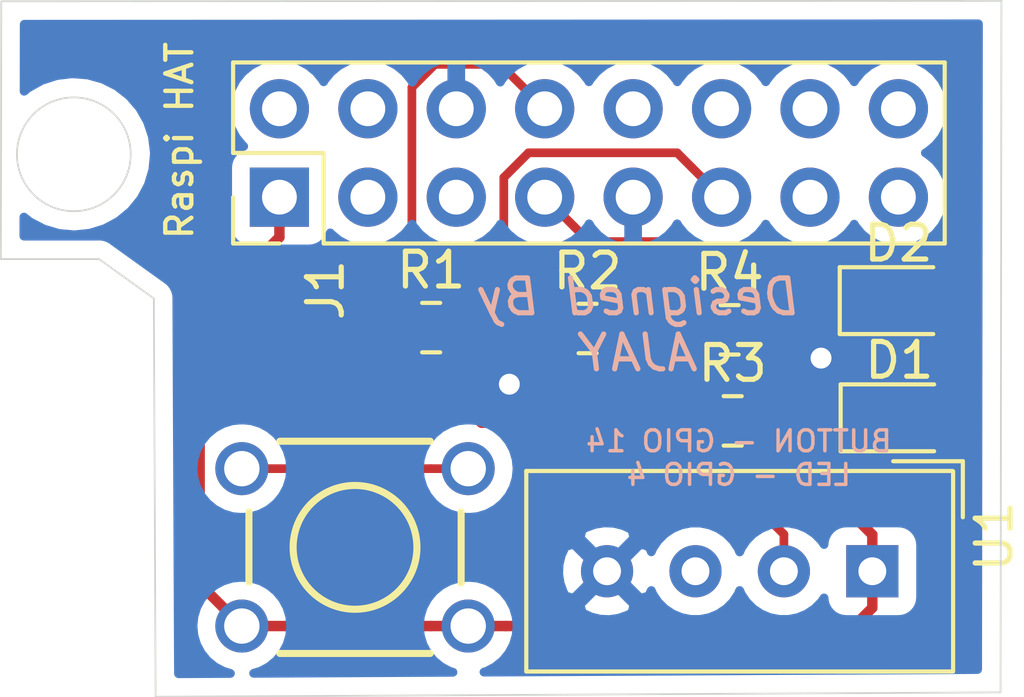
<source format=kicad_pcb>
(kicad_pcb (version 20171130) (host pcbnew "(5.1.2)-2")

  (general
    (thickness 1.6)
    (drawings 11)
    (tracks 79)
    (zones 0)
    (modules 9)
    (nets 19)
  )

  (page A4)
  (title_block
    (title "Raspi HAT for DHT -22")
    (date 2019-06-23)
    (rev 1.0)
    (company ELECTROMANIAWEB)
    (comment 1 "AJAY ")
  )

  (layers
    (0 F.Cu signal)
    (31 B.Cu signal)
    (32 B.Adhes user)
    (33 F.Adhes user)
    (34 B.Paste user)
    (35 F.Paste user)
    (36 B.SilkS user)
    (37 F.SilkS user)
    (38 B.Mask user)
    (39 F.Mask user)
    (40 Dwgs.User user)
    (41 Cmts.User user)
    (42 Eco1.User user)
    (43 Eco2.User user)
    (44 Edge.Cuts user)
    (45 Margin user)
    (46 B.CrtYd user)
    (47 F.CrtYd user)
    (48 B.Fab user)
    (49 F.Fab user)
  )

  (setup
    (last_trace_width 0.25)
    (user_trace_width 0.3)
    (trace_clearance 0.2)
    (zone_clearance 0.508)
    (zone_45_only no)
    (trace_min 0.2)
    (via_size 0.8)
    (via_drill 0.4)
    (via_min_size 0.4)
    (via_min_drill 0.3)
    (user_via 1 0.6)
    (uvia_size 0.3)
    (uvia_drill 0.1)
    (uvias_allowed no)
    (uvia_min_size 0.2)
    (uvia_min_drill 0.1)
    (edge_width 0.05)
    (segment_width 0.2)
    (pcb_text_width 0.3)
    (pcb_text_size 1.5 1.5)
    (mod_edge_width 0.12)
    (mod_text_size 1 1)
    (mod_text_width 0.15)
    (pad_size 1.524 1.524)
    (pad_drill 0.762)
    (pad_to_mask_clearance 0.051)
    (solder_mask_min_width 0.25)
    (aux_axis_origin 0 0)
    (visible_elements FFFFFF7F)
    (pcbplotparams
      (layerselection 0x010fc_ffffffff)
      (usegerberextensions true)
      (usegerberattributes false)
      (usegerberadvancedattributes false)
      (creategerberjobfile false)
      (excludeedgelayer true)
      (linewidth 0.100000)
      (plotframeref false)
      (viasonmask false)
      (mode 1)
      (useauxorigin false)
      (hpglpennumber 1)
      (hpglpenspeed 20)
      (hpglpendiameter 15.000000)
      (psnegative false)
      (psa4output false)
      (plotreference true)
      (plotvalue true)
      (plotinvisibletext false)
      (padsonsilk false)
      (subtractmaskfromsilk false)
      (outputformat 1)
      (mirror false)
      (drillshape 0)
      (scaleselection 1)
      (outputdirectory "Gerber/"))
  )

  (net 0 "")
  (net 1 GND)
  (net 2 "Net-(D1-Pad2)")
  (net 3 "Net-(D2-Pad2)")
  (net 4 /3V3)
  (net 5 "Net-(J1-Pad2)")
  (net 6 "Net-(J1-Pad3)")
  (net 7 "Net-(J1-Pad4)")
  (net 8 "Net-(J1-Pad5)")
  (net 9 "Net-(J1-Pad7)")
  (net 10 /button_input)
  (net 11 "Net-(J1-Pad10)")
  (net 12 "Net-(J1-Pad11)")
  (net 13 "Net-(J1-Pad12)")
  (net 14 "Net-(J1-Pad13)")
  (net 15 "Net-(J1-Pad14)")
  (net 16 "Net-(J1-Pad15)")
  (net 17 "Net-(J1-Pad16)")
  (net 18 "Net-(U1-Pad3)")

  (net_class Default "This is the default net class."
    (clearance 0.2)
    (trace_width 0.25)
    (via_dia 0.8)
    (via_drill 0.4)
    (uvia_dia 0.3)
    (uvia_drill 0.1)
    (add_net /button_input)
    (add_net "Net-(D1-Pad2)")
    (add_net "Net-(D2-Pad2)")
    (add_net "Net-(J1-Pad10)")
    (add_net "Net-(J1-Pad11)")
    (add_net "Net-(J1-Pad12)")
    (add_net "Net-(J1-Pad13)")
    (add_net "Net-(J1-Pad14)")
    (add_net "Net-(J1-Pad15)")
    (add_net "Net-(J1-Pad16)")
    (add_net "Net-(J1-Pad2)")
    (add_net "Net-(J1-Pad3)")
    (add_net "Net-(J1-Pad4)")
    (add_net "Net-(J1-Pad5)")
    (add_net "Net-(J1-Pad7)")
    (add_net "Net-(U1-Pad3)")
  )

  (net_class power_class ""
    (clearance 0.3)
    (trace_width 0.3)
    (via_dia 1)
    (via_drill 0.8)
    (uvia_dia 0.3)
    (uvia_drill 0.1)
    (add_net /3V3)
    (add_net GND)
  )

  (module Sensor:Aosong_DHT11_5.5x12.0_P2.54mm (layer F.Cu) (tedit 5C4B60CF) (tstamp 5D10383D)
    (at 72.9869 71.9455 270)
    (descr "Temperature and humidity module, http://akizukidenshi.com/download/ds/aosong/DHT11.pdf")
    (tags "Temperature and humidity module")
    (path /5D0F5DA8)
    (fp_text reference U1 (at -1 -3.5 90) (layer F.SilkS)
      (effects (font (size 1 1) (thickness 0.15)))
    )
    (fp_text value DHT22 (at 0 11.3 90) (layer F.Fab)
      (effects (font (size 1 1) (thickness 0.15)))
    )
    (fp_line (start -1.75 -2.19) (end 2.75 -2.19) (layer F.Fab) (width 0.1))
    (fp_line (start 2.75 -2.19) (end 2.75 9.81) (layer F.Fab) (width 0.1))
    (fp_line (start 2.75 9.81) (end -2.75 9.81) (layer F.Fab) (width 0.1))
    (fp_line (start -2.75 -1.19) (end -2.75 9.81) (layer F.Fab) (width 0.1))
    (fp_line (start -2.87 -2.32) (end 2.87 -2.32) (layer F.SilkS) (width 0.12))
    (fp_line (start 2.88 -2.32) (end 2.88 9.94) (layer F.SilkS) (width 0.12))
    (fp_line (start 2.88 9.94) (end -2.88 9.94) (layer F.SilkS) (width 0.12))
    (fp_line (start -2.88 9.94) (end -2.88 -2.31) (layer F.SilkS) (width 0.12))
    (fp_text user %R (at 0 3.81 90) (layer F.Fab)
      (effects (font (size 1 1) (thickness 0.15)))
    )
    (fp_line (start -3 -2.44) (end 3 -2.44) (layer F.CrtYd) (width 0.05))
    (fp_line (start 3 -2.44) (end 3 10.06) (layer F.CrtYd) (width 0.05))
    (fp_line (start 3 10.06) (end -3 10.06) (layer F.CrtYd) (width 0.05))
    (fp_line (start -3 10.06) (end -3 -2.44) (layer F.CrtYd) (width 0.05))
    (fp_line (start -2.75 -1.19) (end -1.75 -2.19) (layer F.Fab) (width 0.1))
    (fp_line (start -3.16 -2.6) (end -3.16 -0.6) (layer F.SilkS) (width 0.12))
    (fp_line (start -3.16 -2.6) (end -1.55 -2.6) (layer F.SilkS) (width 0.12))
    (pad 1 thru_hole rect (at 0 0 270) (size 1.5 1.5) (drill 0.8) (layers *.Cu *.Mask)
      (net 4 /3V3))
    (pad 2 thru_hole circle (at 0 2.54 270) (size 1.5 1.5) (drill 0.8) (layers *.Cu *.Mask)
      (net 12 "Net-(J1-Pad11)"))
    (pad 3 thru_hole circle (at 0 5.08 270) (size 1.5 1.5) (drill 0.8) (layers *.Cu *.Mask)
      (net 18 "Net-(U1-Pad3)"))
    (pad 4 thru_hole circle (at 0 7.62 270) (size 1.5 1.5) (drill 0.8) (layers *.Cu *.Mask)
      (net 1 GND))
    (model ${KISYS3DMOD}/Sensor.3dshapes/Aosong_DHT11_5.5x12.0_P2.54mm.wrl
      (at (xyz 0 0 0))
      (scale (xyz 1 1 1))
      (rotate (xyz 0 0 0))
    )
  )

  (module Connector_PinHeader_2.54mm:PinHeader_2x08_P2.54mm_Vertical (layer F.Cu) (tedit 59FED5CC) (tstamp 5D1037C5)
    (at 55.9562 61.2013 90)
    (descr "Through hole straight pin header, 2x08, 2.54mm pitch, double rows")
    (tags "Through hole pin header THT 2x08 2.54mm double row")
    (path /5D0F2FC8)
    (fp_text reference J1 (at -2.667 1.3208 90) (layer F.SilkS)
      (effects (font (size 1 1) (thickness 0.15)))
    )
    (fp_text value Raspberry_Pi_2_3 (at -1.27 20.55 90) (layer F.Fab)
      (effects (font (size 1 1) (thickness 0.15)))
    )
    (fp_text user %R (at -1.27 8.89) (layer F.Fab)
      (effects (font (size 1 1) (thickness 0.15)))
    )
    (fp_line (start 4.35 -1.8) (end -1.8 -1.8) (layer F.CrtYd) (width 0.05))
    (fp_line (start 4.35 19.55) (end 4.35 -1.8) (layer F.CrtYd) (width 0.05))
    (fp_line (start -1.8 19.55) (end 4.35 19.55) (layer F.CrtYd) (width 0.05))
    (fp_line (start -1.8 -1.8) (end -1.8 19.55) (layer F.CrtYd) (width 0.05))
    (fp_line (start -1.33 -1.33) (end 0 -1.33) (layer F.SilkS) (width 0.12))
    (fp_line (start -1.33 0) (end -1.33 -1.33) (layer F.SilkS) (width 0.12))
    (fp_line (start 1.27 -1.33) (end 3.87 -1.33) (layer F.SilkS) (width 0.12))
    (fp_line (start 1.27 1.27) (end 1.27 -1.33) (layer F.SilkS) (width 0.12))
    (fp_line (start -1.33 1.27) (end 1.27 1.27) (layer F.SilkS) (width 0.12))
    (fp_line (start 3.87 -1.33) (end 3.87 19.11) (layer F.SilkS) (width 0.12))
    (fp_line (start -1.33 1.27) (end -1.33 19.11) (layer F.SilkS) (width 0.12))
    (fp_line (start -1.33 19.11) (end 3.87 19.11) (layer F.SilkS) (width 0.12))
    (fp_line (start -1.27 0) (end 0 -1.27) (layer F.Fab) (width 0.1))
    (fp_line (start -1.27 19.05) (end -1.27 0) (layer F.Fab) (width 0.1))
    (fp_line (start 3.81 19.05) (end -1.27 19.05) (layer F.Fab) (width 0.1))
    (fp_line (start 3.81 -1.27) (end 3.81 19.05) (layer F.Fab) (width 0.1))
    (fp_line (start 0 -1.27) (end 3.81 -1.27) (layer F.Fab) (width 0.1))
    (pad 16 thru_hole oval (at 2.54 17.78 90) (size 1.7 1.7) (drill 1) (layers *.Cu *.Mask)
      (net 17 "Net-(J1-Pad16)"))
    (pad 15 thru_hole oval (at 0 17.78 90) (size 1.7 1.7) (drill 1) (layers *.Cu *.Mask)
      (net 16 "Net-(J1-Pad15)"))
    (pad 14 thru_hole oval (at 2.54 15.24 90) (size 1.7 1.7) (drill 1) (layers *.Cu *.Mask)
      (net 15 "Net-(J1-Pad14)"))
    (pad 13 thru_hole oval (at 0 15.24 90) (size 1.7 1.7) (drill 1) (layers *.Cu *.Mask)
      (net 14 "Net-(J1-Pad13)"))
    (pad 12 thru_hole oval (at 2.54 12.7 90) (size 1.7 1.7) (drill 1) (layers *.Cu *.Mask)
      (net 13 "Net-(J1-Pad12)"))
    (pad 11 thru_hole oval (at 0 12.7 90) (size 1.7 1.7) (drill 1) (layers *.Cu *.Mask)
      (net 12 "Net-(J1-Pad11)"))
    (pad 10 thru_hole oval (at 2.54 10.16 90) (size 1.7 1.7) (drill 1) (layers *.Cu *.Mask)
      (net 11 "Net-(J1-Pad10)"))
    (pad 9 thru_hole oval (at 0 10.16 90) (size 1.7 1.7) (drill 1) (layers *.Cu *.Mask)
      (net 1 GND))
    (pad 8 thru_hole oval (at 2.54 7.62 90) (size 1.7 1.7) (drill 1) (layers *.Cu *.Mask)
      (net 10 /button_input))
    (pad 7 thru_hole oval (at 0 7.62 90) (size 1.7 1.7) (drill 1) (layers *.Cu *.Mask)
      (net 9 "Net-(J1-Pad7)"))
    (pad 6 thru_hole oval (at 2.54 5.08 90) (size 1.7 1.7) (drill 1) (layers *.Cu *.Mask)
      (net 1 GND))
    (pad 5 thru_hole oval (at 0 5.08 90) (size 1.7 1.7) (drill 1) (layers *.Cu *.Mask)
      (net 8 "Net-(J1-Pad5)"))
    (pad 4 thru_hole oval (at 2.54 2.54 90) (size 1.7 1.7) (drill 1) (layers *.Cu *.Mask)
      (net 7 "Net-(J1-Pad4)"))
    (pad 3 thru_hole oval (at 0 2.54 90) (size 1.7 1.7) (drill 1) (layers *.Cu *.Mask)
      (net 6 "Net-(J1-Pad3)"))
    (pad 2 thru_hole oval (at 2.54 0 90) (size 1.7 1.7) (drill 1) (layers *.Cu *.Mask)
      (net 5 "Net-(J1-Pad2)"))
    (pad 1 thru_hole rect (at 0 0 90) (size 1.7 1.7) (drill 1) (layers *.Cu *.Mask)
      (net 4 /3V3))
    (model ${KISYS3DMOD}/Connector_PinHeader_2.54mm.3dshapes/PinHeader_2x08_P2.54mm_Vertical.wrl
      (at (xyz 0 0 0))
      (scale (xyz 1 1 1))
      (rotate (xyz 0 0 0))
    )
  )

  (module LED_SMD:LED_0805_2012Metric (layer F.Cu) (tedit 5B36C52C) (tstamp 5D10378C)
    (at 73.7616 67.5386)
    (descr "LED SMD 0805 (2012 Metric), square (rectangular) end terminal, IPC_7351 nominal, (Body size source: https://docs.google.com/spreadsheets/d/1BsfQQcO9C6DZCsRaXUlFlo91Tg2WpOkGARC1WS5S8t0/edit?usp=sharing), generated with kicad-footprint-generator")
    (tags diode)
    (path /5D0F5AED)
    (attr smd)
    (fp_text reference D1 (at 0 -1.65) (layer F.SilkS)
      (effects (font (size 1 1) (thickness 0.15)))
    )
    (fp_text value LED (at 0 1.65) (layer F.Fab)
      (effects (font (size 1 1) (thickness 0.15)))
    )
    (fp_line (start 1 -0.6) (end -0.7 -0.6) (layer F.Fab) (width 0.1))
    (fp_line (start -0.7 -0.6) (end -1 -0.3) (layer F.Fab) (width 0.1))
    (fp_line (start -1 -0.3) (end -1 0.6) (layer F.Fab) (width 0.1))
    (fp_line (start -1 0.6) (end 1 0.6) (layer F.Fab) (width 0.1))
    (fp_line (start 1 0.6) (end 1 -0.6) (layer F.Fab) (width 0.1))
    (fp_line (start 1 -0.96) (end -1.685 -0.96) (layer F.SilkS) (width 0.12))
    (fp_line (start -1.685 -0.96) (end -1.685 0.96) (layer F.SilkS) (width 0.12))
    (fp_line (start -1.685 0.96) (end 1 0.96) (layer F.SilkS) (width 0.12))
    (fp_line (start -1.68 0.95) (end -1.68 -0.95) (layer F.CrtYd) (width 0.05))
    (fp_line (start -1.68 -0.95) (end 1.68 -0.95) (layer F.CrtYd) (width 0.05))
    (fp_line (start 1.68 -0.95) (end 1.68 0.95) (layer F.CrtYd) (width 0.05))
    (fp_line (start 1.68 0.95) (end -1.68 0.95) (layer F.CrtYd) (width 0.05))
    (fp_text user %R (at 0.032099 -0.194701) (layer F.Fab)
      (effects (font (size 0.5 0.5) (thickness 0.08)))
    )
    (pad 1 smd roundrect (at -0.9375 0) (size 0.975 1.4) (layers F.Cu F.Paste F.Mask) (roundrect_rratio 0.25)
      (net 1 GND))
    (pad 2 smd roundrect (at 0.9375 0) (size 0.975 1.4) (layers F.Cu F.Paste F.Mask) (roundrect_rratio 0.25)
      (net 2 "Net-(D1-Pad2)"))
    (model ${KISYS3DMOD}/LED_SMD.3dshapes/LED_0805_2012Metric.wrl
      (at (xyz 0 0 0))
      (scale (xyz 1 1 1))
      (rotate (xyz 0 0 0))
    )
  )

  (module LED_SMD:LED_0805_2012Metric (layer F.Cu) (tedit 5B36C52C) (tstamp 5D10379F)
    (at 73.7362 64.1731)
    (descr "LED SMD 0805 (2012 Metric), square (rectangular) end terminal, IPC_7351 nominal, (Body size source: https://docs.google.com/spreadsheets/d/1BsfQQcO9C6DZCsRaXUlFlo91Tg2WpOkGARC1WS5S8t0/edit?usp=sharing), generated with kicad-footprint-generator")
    (tags diode)
    (path /5D12974C)
    (attr smd)
    (fp_text reference D2 (at 0 -1.65) (layer F.SilkS)
      (effects (font (size 1 1) (thickness 0.15)))
    )
    (fp_text value LED (at 0 1.65) (layer F.Fab)
      (effects (font (size 1 1) (thickness 0.15)))
    )
    (fp_text user %R (at 0 0) (layer F.Fab)
      (effects (font (size 0.5 0.5) (thickness 0.08)))
    )
    (fp_line (start 1.68 0.95) (end -1.68 0.95) (layer F.CrtYd) (width 0.05))
    (fp_line (start 1.68 -0.95) (end 1.68 0.95) (layer F.CrtYd) (width 0.05))
    (fp_line (start -1.68 -0.95) (end 1.68 -0.95) (layer F.CrtYd) (width 0.05))
    (fp_line (start -1.68 0.95) (end -1.68 -0.95) (layer F.CrtYd) (width 0.05))
    (fp_line (start -1.685 0.96) (end 1 0.96) (layer F.SilkS) (width 0.12))
    (fp_line (start -1.685 -0.96) (end -1.685 0.96) (layer F.SilkS) (width 0.12))
    (fp_line (start 1 -0.96) (end -1.685 -0.96) (layer F.SilkS) (width 0.12))
    (fp_line (start 1 0.6) (end 1 -0.6) (layer F.Fab) (width 0.1))
    (fp_line (start -1 0.6) (end 1 0.6) (layer F.Fab) (width 0.1))
    (fp_line (start -1 -0.3) (end -1 0.6) (layer F.Fab) (width 0.1))
    (fp_line (start -0.7 -0.6) (end -1 -0.3) (layer F.Fab) (width 0.1))
    (fp_line (start 1 -0.6) (end -0.7 -0.6) (layer F.Fab) (width 0.1))
    (pad 2 smd roundrect (at 0.9375 0) (size 0.975 1.4) (layers F.Cu F.Paste F.Mask) (roundrect_rratio 0.25)
      (net 3 "Net-(D2-Pad2)"))
    (pad 1 smd roundrect (at -0.9375 0) (size 0.975 1.4) (layers F.Cu F.Paste F.Mask) (roundrect_rratio 0.25)
      (net 1 GND))
    (model ${KISYS3DMOD}/LED_SMD.3dshapes/LED_0805_2012Metric.wrl
      (at (xyz 0 0 0))
      (scale (xyz 1 1 1))
      (rotate (xyz 0 0 0))
    )
  )

  (module Resistor_SMD:R_0805_2012Metric (layer F.Cu) (tedit 5B36C52B) (tstamp 5D1037D6)
    (at 60.3146 64.9478)
    (descr "Resistor SMD 0805 (2012 Metric), square (rectangular) end terminal, IPC_7351 nominal, (Body size source: https://docs.google.com/spreadsheets/d/1BsfQQcO9C6DZCsRaXUlFlo91Tg2WpOkGARC1WS5S8t0/edit?usp=sharing), generated with kicad-footprint-generator")
    (tags resistor)
    (path /5D0F50DB)
    (attr smd)
    (fp_text reference R1 (at 0 -1.65) (layer F.SilkS)
      (effects (font (size 1 1) (thickness 0.15)))
    )
    (fp_text value R (at 0 1.65 270) (layer F.Fab)
      (effects (font (size 1 1) (thickness 0.15)))
    )
    (fp_text user %R (at 0 0) (layer F.Fab)
      (effects (font (size 0.5 0.5) (thickness 0.08)))
    )
    (fp_line (start 1.68 0.95) (end -1.68 0.95) (layer F.CrtYd) (width 0.05))
    (fp_line (start 1.68 -0.95) (end 1.68 0.95) (layer F.CrtYd) (width 0.05))
    (fp_line (start -1.68 -0.95) (end 1.68 -0.95) (layer F.CrtYd) (width 0.05))
    (fp_line (start -1.68 0.95) (end -1.68 -0.95) (layer F.CrtYd) (width 0.05))
    (fp_line (start -0.258578 0.71) (end 0.258578 0.71) (layer F.SilkS) (width 0.12))
    (fp_line (start -0.258578 -0.71) (end 0.258578 -0.71) (layer F.SilkS) (width 0.12))
    (fp_line (start 1 0.6) (end -1 0.6) (layer F.Fab) (width 0.1))
    (fp_line (start 1 -0.6) (end 1 0.6) (layer F.Fab) (width 0.1))
    (fp_line (start -1 -0.6) (end 1 -0.6) (layer F.Fab) (width 0.1))
    (fp_line (start -1 0.6) (end -1 -0.6) (layer F.Fab) (width 0.1))
    (pad 2 smd roundrect (at 0.9375 0) (size 0.975 1.4) (layers F.Cu F.Paste F.Mask) (roundrect_rratio 0.25)
      (net 1 GND))
    (pad 1 smd roundrect (at -0.9375 0) (size 0.975 1.4) (layers F.Cu F.Paste F.Mask) (roundrect_rratio 0.25)
      (net 10 /button_input))
    (model ${KISYS3DMOD}/Resistor_SMD.3dshapes/R_0805_2012Metric.wrl
      (at (xyz 0 0 0))
      (scale (xyz 1 1 1))
      (rotate (xyz 0 0 0))
    )
  )

  (module Resistor_SMD:R_0805_2012Metric (layer F.Cu) (tedit 5B36C52B) (tstamp 5D1037E7)
    (at 64.8081 64.9732)
    (descr "Resistor SMD 0805 (2012 Metric), square (rectangular) end terminal, IPC_7351 nominal, (Body size source: https://docs.google.com/spreadsheets/d/1BsfQQcO9C6DZCsRaXUlFlo91Tg2WpOkGARC1WS5S8t0/edit?usp=sharing), generated with kicad-footprint-generator")
    (tags resistor)
    (path /5D0F5406)
    (attr smd)
    (fp_text reference R2 (at 0 -1.65) (layer F.SilkS)
      (effects (font (size 1 1) (thickness 0.15)))
    )
    (fp_text value R (at 0 1.65) (layer F.Fab)
      (effects (font (size 1 1) (thickness 0.15)))
    )
    (fp_text user %R (at -0.004101 0.048799) (layer F.Fab)
      (effects (font (size 0.5 0.5) (thickness 0.08)))
    )
    (fp_line (start 1.68 0.95) (end -1.68 0.95) (layer F.CrtYd) (width 0.05))
    (fp_line (start 1.68 -0.95) (end 1.68 0.95) (layer F.CrtYd) (width 0.05))
    (fp_line (start -1.68 -0.95) (end 1.68 -0.95) (layer F.CrtYd) (width 0.05))
    (fp_line (start -1.68 0.95) (end -1.68 -0.95) (layer F.CrtYd) (width 0.05))
    (fp_line (start -0.258578 0.71) (end 0.258578 0.71) (layer F.SilkS) (width 0.12))
    (fp_line (start -0.258578 -0.71) (end 0.258578 -0.71) (layer F.SilkS) (width 0.12))
    (fp_line (start 1 0.6) (end -1 0.6) (layer F.Fab) (width 0.1))
    (fp_line (start 1 -0.6) (end 1 0.6) (layer F.Fab) (width 0.1))
    (fp_line (start -1 -0.6) (end 1 -0.6) (layer F.Fab) (width 0.1))
    (fp_line (start -1 0.6) (end -1 -0.6) (layer F.Fab) (width 0.1))
    (pad 2 smd roundrect (at 0.9375 0) (size 0.975 1.4) (layers F.Cu F.Paste F.Mask) (roundrect_rratio 0.25)
      (net 4 /3V3))
    (pad 1 smd roundrect (at -0.9375 0) (size 0.975 1.4) (layers F.Cu F.Paste F.Mask) (roundrect_rratio 0.25)
      (net 12 "Net-(J1-Pad11)"))
    (model ${KISYS3DMOD}/Resistor_SMD.3dshapes/R_0805_2012Metric.wrl
      (at (xyz 0 0 0))
      (scale (xyz 1 1 1))
      (rotate (xyz 0 0 0))
    )
  )

  (module Resistor_SMD:R_0805_2012Metric (layer F.Cu) (tedit 5B36C52B) (tstamp 5D1037F8)
    (at 68.976 67.6275)
    (descr "Resistor SMD 0805 (2012 Metric), square (rectangular) end terminal, IPC_7351 nominal, (Body size source: https://docs.google.com/spreadsheets/d/1BsfQQcO9C6DZCsRaXUlFlo91Tg2WpOkGARC1WS5S8t0/edit?usp=sharing), generated with kicad-footprint-generator")
    (tags resistor)
    (path /5D0F55EC)
    (attr smd)
    (fp_text reference R3 (at 0 -1.65) (layer F.SilkS)
      (effects (font (size 1 1) (thickness 0.15)))
    )
    (fp_text value R (at 0 1.65) (layer F.Fab)
      (effects (font (size 1 1) (thickness 0.15)))
    )
    (fp_line (start -1 0.6) (end -1 -0.6) (layer F.Fab) (width 0.1))
    (fp_line (start -1 -0.6) (end 1 -0.6) (layer F.Fab) (width 0.1))
    (fp_line (start 1 -0.6) (end 1 0.6) (layer F.Fab) (width 0.1))
    (fp_line (start 1 0.6) (end -1 0.6) (layer F.Fab) (width 0.1))
    (fp_line (start -0.258578 -0.71) (end 0.258578 -0.71) (layer F.SilkS) (width 0.12))
    (fp_line (start -0.258578 0.71) (end 0.258578 0.71) (layer F.SilkS) (width 0.12))
    (fp_line (start -1.68 0.95) (end -1.68 -0.95) (layer F.CrtYd) (width 0.05))
    (fp_line (start -1.68 -0.95) (end 1.68 -0.95) (layer F.CrtYd) (width 0.05))
    (fp_line (start 1.68 -0.95) (end 1.68 0.95) (layer F.CrtYd) (width 0.05))
    (fp_line (start 1.68 0.95) (end -1.68 0.95) (layer F.CrtYd) (width 0.05))
    (fp_text user %R (at -0.0127 -0.0127) (layer F.Fab)
      (effects (font (size 0.5 0.5) (thickness 0.08)))
    )
    (pad 1 smd roundrect (at -0.9375 0) (size 0.975 1.4) (layers F.Cu F.Paste F.Mask) (roundrect_rratio 0.25)
      (net 9 "Net-(J1-Pad7)"))
    (pad 2 smd roundrect (at 0.9375 0) (size 0.975 1.4) (layers F.Cu F.Paste F.Mask) (roundrect_rratio 0.25)
      (net 2 "Net-(D1-Pad2)"))
    (model ${KISYS3DMOD}/Resistor_SMD.3dshapes/R_0805_2012Metric.wrl
      (at (xyz 0 0 0))
      (scale (xyz 1 1 1))
      (rotate (xyz 0 0 0))
    )
  )

  (module Resistor_SMD:R_0805_2012Metric (layer F.Cu) (tedit 5B36C52B) (tstamp 5D103809)
    (at 68.8871 65.0113)
    (descr "Resistor SMD 0805 (2012 Metric), square (rectangular) end terminal, IPC_7351 nominal, (Body size source: https://docs.google.com/spreadsheets/d/1BsfQQcO9C6DZCsRaXUlFlo91Tg2WpOkGARC1WS5S8t0/edit?usp=sharing), generated with kicad-footprint-generator")
    (tags resistor)
    (path /5D129439)
    (attr smd)
    (fp_text reference R4 (at 0 -1.65) (layer F.SilkS)
      (effects (font (size 1 1) (thickness 0.15)))
    )
    (fp_text value R (at 0 1.65) (layer F.Fab)
      (effects (font (size 1 1) (thickness 0.15)))
    )
    (fp_text user %R (at 0 -0.2159) (layer F.Fab)
      (effects (font (size 0.5 0.5) (thickness 0.08)))
    )
    (fp_line (start 1.68 0.95) (end -1.68 0.95) (layer F.CrtYd) (width 0.05))
    (fp_line (start 1.68 -0.95) (end 1.68 0.95) (layer F.CrtYd) (width 0.05))
    (fp_line (start -1.68 -0.95) (end 1.68 -0.95) (layer F.CrtYd) (width 0.05))
    (fp_line (start -1.68 0.95) (end -1.68 -0.95) (layer F.CrtYd) (width 0.05))
    (fp_line (start -0.258578 0.71) (end 0.258578 0.71) (layer F.SilkS) (width 0.12))
    (fp_line (start -0.258578 -0.71) (end 0.258578 -0.71) (layer F.SilkS) (width 0.12))
    (fp_line (start 1 0.6) (end -1 0.6) (layer F.Fab) (width 0.1))
    (fp_line (start 1 -0.6) (end 1 0.6) (layer F.Fab) (width 0.1))
    (fp_line (start -1 -0.6) (end 1 -0.6) (layer F.Fab) (width 0.1))
    (fp_line (start -1 0.6) (end -1 -0.6) (layer F.Fab) (width 0.1))
    (pad 2 smd roundrect (at 0.9375 0) (size 0.975 1.4) (layers F.Cu F.Paste F.Mask) (roundrect_rratio 0.25)
      (net 3 "Net-(D2-Pad2)"))
    (pad 1 smd roundrect (at -0.9375 0) (size 0.975 1.4) (layers F.Cu F.Paste F.Mask) (roundrect_rratio 0.25)
      (net 4 /3V3))
    (model ${KISYS3DMOD}/Resistor_SMD.3dshapes/R_0805_2012Metric.wrl
      (at (xyz 0 0 0))
      (scale (xyz 1 1 1))
      (rotate (xyz 0 0 0))
    )
  )

  (module freetronics_footprints:SW_PUSHBUTTON_PTH (layer F.Cu) (tedit 5477A5C1) (tstamp 5D103825)
    (at 58.1279 71.2597 180)
    (descr "<b>OMRON SWITCH</b>")
    (path /5D0F4635)
    (fp_text reference SW1 (at -0.05 0) (layer Eco1.User)
      (effects (font (size 0.6 0.6) (thickness 0.1)))
    )
    (fp_text value SW_DPST (at 0 0) (layer Eco1.User) hide
      (effects (font (size 0 0) (thickness 0.000001)))
    )
    (fp_line (start 3.048 -1.016) (end 3.048 -2.54) (layer Cmts.User) (width 0.2032))
    (fp_line (start 3.048 -2.54) (end 2.54 -3.048) (layer Cmts.User) (width 0.2032))
    (fp_line (start 2.54 3.048) (end 3.048 2.54) (layer Cmts.User) (width 0.2032))
    (fp_line (start 3.048 2.54) (end 3.048 1.016) (layer Cmts.User) (width 0.2032))
    (fp_line (start -2.54 -3.048) (end -3.048 -2.54) (layer Cmts.User) (width 0.2032))
    (fp_line (start -3.048 -2.54) (end -3.048 -1.016) (layer Cmts.User) (width 0.2032))
    (fp_line (start -2.54 3.048) (end -3.048 2.54) (layer Cmts.User) (width 0.2032))
    (fp_line (start -3.048 2.54) (end -3.048 1.016) (layer Cmts.User) (width 0.2032))
    (fp_line (start 2.54 3.048) (end 2.159 3.048) (layer Cmts.User) (width 0.2032))
    (fp_line (start -2.54 3.048) (end -2.159 3.048) (layer Cmts.User) (width 0.2032))
    (fp_line (start -2.54 -3.048) (end -2.159 -3.048) (layer Cmts.User) (width 0.2032))
    (fp_line (start 2.54 -3.048) (end 2.159 -3.048) (layer Cmts.User) (width 0.2032))
    (fp_line (start 2.159 -3.048) (end -2.159 -3.048) (layer F.SilkS) (width 0.2032))
    (fp_line (start -2.159 3.048) (end 2.159 3.048) (layer F.SilkS) (width 0.2032))
    (fp_line (start 3.048 -0.99568) (end 3.048 1.016) (layer F.SilkS) (width 0.2032))
    (fp_line (start -3.048 -1.02616) (end -3.048 1.016) (layer F.SilkS) (width 0.2032))
    (fp_line (start -2.54 -1.27) (end -2.54 -0.508) (layer Cmts.User) (width 0.2032))
    (fp_line (start -2.54 0.508) (end -2.54 1.27) (layer Cmts.User) (width 0.2032))
    (fp_line (start -2.54 -0.508) (end -2.159 0.381) (layer Cmts.User) (width 0.2032))
    (fp_circle (center 0 0) (end 1.778 0) (layer F.SilkS) (width 0.2032))
    (pad 1 thru_hole oval (at -3.2512 -2.2606 180) (size 1.524 1.524) (drill 1.016) (layers *.Cu *.Mask)
      (net 4 /3V3))
    (pad 1 thru_hole oval (at 3.2512 -2.2606 180) (size 1.524 1.524) (drill 1.016) (layers *.Cu *.Mask)
      (net 4 /3V3))
    (pad 2 thru_hole oval (at -3.2512 2.2606 180) (size 1.524 1.524) (drill 1.016) (layers *.Cu *.Mask)
      (net 10 /button_input))
    (pad 2 thru_hole oval (at 3.2512 2.2606 180) (size 1.524 1.524) (drill 1.016) (layers *.Cu *.Mask)
      (net 10 /button_input))
  )

  (gr_text "BUTTON - GPIO 14\nLED - GPIO 4" (at 69.1515 68.6943) (layer B.SilkS)
    (effects (font (size 0.6 0.6) (thickness 0.1)) (justify mirror))
  )
  (gr_text "Raspi HAT" (at 53.086 59.5757 90) (layer F.SilkS)
    (effects (font (size 0.75 0.75) (thickness 0.125)))
  )
  (gr_text "Designed By\nAJAY" (at 66.294 64.8716) (layer B.SilkS)
    (effects (font (size 1 1) (thickness 0.15) italic) (justify mirror))
  )
  (gr_line (start 52.3494 64.1096) (end 52.4002 75.5523) (layer Edge.Cuts) (width 0.05) (tstamp 5D104B2F))
  (gr_line (start 50.7746 62.9793) (end 52.3494 64.1096) (layer Edge.Cuts) (width 0.05))
  (gr_line (start 47.9552 62.9793) (end 50.7746 62.9793) (layer Edge.Cuts) (width 0.05))
  (gr_line (start 47.9679 55.5752) (end 47.9552 62.9793) (layer Edge.Cuts) (width 0.05))
  (gr_line (start 76.6953 55.5625) (end 47.9679 55.5752) (layer Edge.Cuts) (width 0.05))
  (gr_line (start 76.6699 75.4253) (end 76.6953 55.5625) (layer Edge.Cuts) (width 0.05))
  (gr_line (start 52.4002 75.5523) (end 76.6699 75.4253) (layer Edge.Cuts) (width 0.05))
  (gr_circle (center 50.0507 59.9694) (end 51.2064 61.1251) (layer Edge.Cuts) (width 0.05))

  (segment (start 61.2521 67.1703) (end 61.2521 64.9478) (width 0.3) (layer F.Cu) (net 1))
  (segment (start 62.7888 67.6783) (end 61.7601 67.6783) (width 0.3) (layer F.Cu) (net 1))
  (segment (start 63.0301 67.9196) (end 62.7888 67.6783) (width 0.3) (layer F.Cu) (net 1))
  (segment (start 65.3669 71.9455) (end 63.0301 69.6087) (width 0.3) (layer F.Cu) (net 1))
  (segment (start 63.0301 69.6087) (end 63.0301 67.9196) (width 0.3) (layer F.Cu) (net 1))
  (segment (start 61.468 67.3862) (end 61.7474 67.3862) (width 0.3) (layer F.Cu) (net 1))
  (segment (start 61.468 67.3862) (end 61.2521 67.1703) (width 0.3) (layer F.Cu) (net 1))
  (segment (start 61.7601 67.6783) (end 61.468 67.3862) (width 0.3) (layer F.Cu) (net 1))
  (segment (start 61.7474 67.3862) (end 62.5602 66.5734) (width 0.3) (layer F.Cu) (net 1))
  (segment (start 62.5602 66.5734) (end 62.5602 66.5734) (width 0.3) (layer F.Cu) (net 1) (tstamp 5D105552))
  (via (at 62.5602 66.5734) (size 1) (drill 0.6) (layers F.Cu B.Cu) (net 1))
  (segment (start 72.8241 64.1985) (end 72.7987 64.1731) (width 0.3) (layer F.Cu) (net 1))
  (segment (start 72.8241 65.8091) (end 71.5137 65.8241) (width 0.3) (layer F.Cu) (net 1))
  (segment (start 72.8241 65.8091) (end 72.8241 64.1985) (width 0.3) (layer F.Cu) (net 1))
  (segment (start 72.8241 67.5386) (end 72.8241 65.8091) (width 0.3) (layer F.Cu) (net 1))
  (segment (start 71.5137 65.8241) (end 71.5287 65.8091) (width 0.3) (layer F.Cu) (net 1) (tstamp 5D10556C))
  (via (at 71.5137 65.8241) (size 1) (drill 0.6) (layers F.Cu B.Cu) (net 1))
  (segment (start 73.57409 68.66361) (end 74.142863 68.094837) (width 0.25) (layer F.Cu) (net 2))
  (segment (start 72.303338 68.66361) (end 73.57409 68.66361) (width 0.25) (layer F.Cu) (net 2))
  (segment (start 71.842228 68.2025) (end 72.303338 68.66361) (width 0.25) (layer F.Cu) (net 2))
  (segment (start 70.1075 68.2025) (end 71.842228 68.2025) (width 0.25) (layer F.Cu) (net 2))
  (segment (start 69.9135 68.0085) (end 70.1075 68.2025) (width 0.25) (layer F.Cu) (net 2))
  (segment (start 74.142863 68.094837) (end 74.6991 67.5386) (width 0.25) (layer F.Cu) (net 2))
  (segment (start 69.9135 67.6275) (end 69.9135 68.0085) (width 0.25) (layer F.Cu) (net 2))
  (segment (start 70.380837 64.455063) (end 69.8246 65.0113) (width 0.25) (layer F.Cu) (net 3))
  (segment (start 71.78781 63.04809) (end 70.380837 64.455063) (width 0.25) (layer F.Cu) (net 3))
  (segment (start 74.34869 63.04809) (end 71.78781 63.04809) (width 0.25) (layer F.Cu) (net 3))
  (segment (start 74.6737 63.3731) (end 74.34869 63.04809) (width 0.25) (layer F.Cu) (net 3))
  (segment (start 74.6737 64.1731) (end 74.6737 63.3731) (width 0.25) (layer F.Cu) (net 3))
  (segment (start 62.45673 73.5203) (end 61.3791 73.5203) (width 0.3) (layer F.Cu) (net 4))
  (segment (start 72.4621 73.5203) (end 62.45673 73.5203) (width 0.3) (layer F.Cu) (net 4))
  (segment (start 72.9869 72.9955) (end 72.4621 73.5203) (width 0.3) (layer F.Cu) (net 4))
  (segment (start 72.9869 71.9455) (end 72.9869 72.9955) (width 0.3) (layer F.Cu) (net 4))
  (segment (start 60.30147 73.5203) (end 54.8767 73.5203) (width 0.3) (layer F.Cu) (net 4))
  (segment (start 61.3791 73.5203) (end 60.30147 73.5203) (width 0.3) (layer F.Cu) (net 4))
  (segment (start 55.9562 62.3513) (end 55.9562 61.2013) (width 0.3) (layer F.Cu) (net 4))
  (segment (start 53.664699 64.642801) (end 55.9562 62.3513) (width 0.3) (layer F.Cu) (net 4))
  (segment (start 53.664699 72.308299) (end 53.664699 64.642801) (width 0.3) (layer F.Cu) (net 4))
  (segment (start 54.8767 73.5203) (end 53.664699 72.308299) (width 0.3) (layer F.Cu) (net 4))
  (segment (start 67.393363 65.567537) (end 67.9496 65.0113) (width 0.3) (layer F.Cu) (net 4))
  (segment (start 67.10099 65.85991) (end 67.393363 65.567537) (width 0.3) (layer F.Cu) (net 4))
  (segment (start 67.10099 68.371116) (end 67.10099 65.85991) (width 0.3) (layer F.Cu) (net 4))
  (segment (start 67.507384 68.77751) (end 67.10099 68.371116) (width 0.3) (layer F.Cu) (net 4))
  (segment (start 70.86891 68.77751) (end 67.507384 68.77751) (width 0.3) (layer F.Cu) (net 4))
  (segment (start 72.9869 70.8955) (end 70.86891 68.77751) (width 0.3) (layer F.Cu) (net 4))
  (segment (start 72.9869 71.9455) (end 72.9869 70.8955) (width 0.3) (layer F.Cu) (net 4))
  (segment (start 67.9115 64.9732) (end 67.9496 65.0113) (width 0.3) (layer F.Cu) (net 4))
  (segment (start 65.7456 64.9732) (end 67.9115 64.9732) (width 0.3) (layer F.Cu) (net 4))
  (segment (start 64.426199 62.051299) (end 63.5762 61.2013) (width 0.25) (layer F.Cu) (net 9))
  (segment (start 64.851201 62.476301) (end 64.426199 62.051299) (width 0.25) (layer F.Cu) (net 9))
  (segment (start 67.060373 62.476301) (end 64.851201 62.476301) (width 0.25) (layer F.Cu) (net 9))
  (segment (start 68.86211 64.278038) (end 67.060373 62.476301) (width 0.25) (layer F.Cu) (net 9))
  (segment (start 68.86211 66.80389) (end 68.86211 64.278038) (width 0.25) (layer F.Cu) (net 9))
  (segment (start 68.0385 67.6275) (end 68.86211 66.80389) (width 0.25) (layer F.Cu) (net 9))
  (segment (start 61.3791 68.9991) (end 60.30147 68.9991) (width 0.25) (layer F.Cu) (net 10))
  (segment (start 58.820863 68.801437) (end 58.6232 68.9991) (width 0.25) (layer F.Cu) (net 10))
  (segment (start 58.820863 65.504037) (end 58.820863 68.801437) (width 0.25) (layer F.Cu) (net 10))
  (segment (start 59.3771 64.9478) (end 58.820863 65.504037) (width 0.25) (layer F.Cu) (net 10))
  (segment (start 60.30147 68.9991) (end 58.6232 68.9991) (width 0.25) (layer F.Cu) (net 10))
  (segment (start 58.6232 68.9991) (end 54.8767 68.9991) (width 0.25) (layer F.Cu) (net 10))
  (segment (start 62.726201 57.811301) (end 63.5762 58.6613) (width 0.25) (layer F.Cu) (net 10))
  (segment (start 62.301199 57.386299) (end 62.726201 57.811301) (width 0.25) (layer F.Cu) (net 10))
  (segment (start 60.424199 57.386299) (end 62.301199 57.386299) (width 0.25) (layer F.Cu) (net 10))
  (segment (start 59.761199 63.763701) (end 59.761199 58.049299) (width 0.25) (layer F.Cu) (net 10))
  (segment (start 59.3771 64.1478) (end 59.761199 63.763701) (width 0.25) (layer F.Cu) (net 10))
  (segment (start 59.761199 58.049299) (end 60.424199 57.386299) (width 0.25) (layer F.Cu) (net 10))
  (segment (start 59.3771 64.9478) (end 59.3771 64.1478) (width 0.25) (layer F.Cu) (net 10))
  (segment (start 63.8706 65.7732) (end 63.8706 64.9732) (width 0.25) (layer F.Cu) (net 12))
  (segment (start 63.8706 65.953912) (end 63.8706 65.7732) (width 0.25) (layer F.Cu) (net 12))
  (segment (start 67.269208 69.35252) (end 63.8706 65.953912) (width 0.25) (layer F.Cu) (net 12))
  (segment (start 68.91458 69.35252) (end 67.269208 69.35252) (width 0.25) (layer F.Cu) (net 12))
  (segment (start 70.4469 70.88484) (end 68.91458 69.35252) (width 0.25) (layer F.Cu) (net 12))
  (segment (start 70.4469 71.9455) (end 70.4469 70.88484) (width 0.25) (layer F.Cu) (net 12))
  (segment (start 67.806201 60.351301) (end 68.6562 61.2013) (width 0.25) (layer F.Cu) (net 12))
  (segment (start 67.381199 59.926299) (end 67.806201 60.351301) (width 0.25) (layer F.Cu) (net 12))
  (segment (start 63.112199 59.926299) (end 67.381199 59.926299) (width 0.25) (layer F.Cu) (net 12))
  (segment (start 62.401199 60.637299) (end 63.112199 59.926299) (width 0.25) (layer F.Cu) (net 12))
  (segment (start 62.401199 63.503799) (end 62.401199 60.637299) (width 0.25) (layer F.Cu) (net 12))
  (segment (start 63.8706 64.9732) (end 62.401199 63.503799) (width 0.25) (layer F.Cu) (net 12))

  (zone (net 1) (net_name GND) (layer B.Cu) (tstamp 5D1058ED) (hatch edge 0.508)
    (connect_pads (clearance 0.508))
    (min_thickness 0.254)
    (fill yes (arc_segments 32) (thermal_gap 0.508) (thermal_bridge_width 0.508))
    (polygon
      (pts
        (xy 48.1711 55.753) (xy 48.1076 62.8523) (xy 50.7873 62.8269) (xy 52.5145 64.0969) (xy 52.5272 75.4634)
        (xy 76.581 75.3364) (xy 76.6064 55.6514) (xy 48.1457 55.7149)
      )
    )
    (filled_polygon
      (pts
        (xy 76.01074 74.768741) (xy 61.831459 74.842939) (xy 61.916295 74.817204) (xy 62.158987 74.687483) (xy 62.371708 74.512908)
        (xy 62.546283 74.300187) (xy 62.676004 74.057495) (xy 62.755886 73.79416) (xy 62.782859 73.5203) (xy 62.755886 73.24644)
        (xy 62.676004 72.983105) (xy 62.632917 72.902493) (xy 64.589512 72.902493) (xy 64.655037 73.14136) (xy 64.902016 73.25726)
        (xy 65.16686 73.32275) (xy 65.439392 73.335312) (xy 65.709138 73.294465) (xy 65.965732 73.201777) (xy 66.078763 73.14136)
        (xy 66.144288 72.902493) (xy 65.3669 72.125105) (xy 64.589512 72.902493) (xy 62.632917 72.902493) (xy 62.546283 72.740413)
        (xy 62.371708 72.527692) (xy 62.158987 72.353117) (xy 61.916295 72.223396) (xy 61.65296 72.143514) (xy 61.447725 72.1233)
        (xy 61.310475 72.1233) (xy 61.10524 72.143514) (xy 60.841905 72.223396) (xy 60.599213 72.353117) (xy 60.386492 72.527692)
        (xy 60.211917 72.740413) (xy 60.082196 72.983105) (xy 60.002314 73.24644) (xy 59.975341 73.5203) (xy 60.002314 73.79416)
        (xy 60.082196 74.057495) (xy 60.211917 74.300187) (xy 60.386492 74.512908) (xy 60.599213 74.687483) (xy 60.841905 74.817204)
        (xy 60.942083 74.847593) (xy 55.214921 74.877562) (xy 55.413895 74.817204) (xy 55.656587 74.687483) (xy 55.869308 74.512908)
        (xy 56.043883 74.300187) (xy 56.173604 74.057495) (xy 56.253486 73.79416) (xy 56.280459 73.5203) (xy 56.253486 73.24644)
        (xy 56.173604 72.983105) (xy 56.043883 72.740413) (xy 55.869308 72.527692) (xy 55.656587 72.353117) (xy 55.413895 72.223396)
        (xy 55.15056 72.143514) (xy 54.945325 72.1233) (xy 54.808075 72.1233) (xy 54.60284 72.143514) (xy 54.339505 72.223396)
        (xy 54.096813 72.353117) (xy 53.884092 72.527692) (xy 53.709517 72.740413) (xy 53.579796 72.983105) (xy 53.499914 73.24644)
        (xy 53.472941 73.5203) (xy 53.499914 73.79416) (xy 53.579796 74.057495) (xy 53.709517 74.300187) (xy 53.884092 74.512908)
        (xy 54.096813 74.687483) (xy 54.339505 74.817204) (xy 54.54995 74.881042) (xy 53.057261 74.888853) (xy 53.044517 72.017992)
        (xy 63.977088 72.017992) (xy 64.017935 72.287738) (xy 64.110623 72.544332) (xy 64.17104 72.657363) (xy 64.409907 72.722888)
        (xy 65.187295 71.9455) (xy 65.546505 71.9455) (xy 66.323893 72.722888) (xy 66.56276 72.657363) (xy 66.637064 72.499023)
        (xy 66.679529 72.601543) (xy 66.831101 72.828386) (xy 67.024014 73.021299) (xy 67.250857 73.172871) (xy 67.502911 73.277275)
        (xy 67.770489 73.3305) (xy 68.043311 73.3305) (xy 68.310889 73.277275) (xy 68.562943 73.172871) (xy 68.789786 73.021299)
        (xy 68.982699 72.828386) (xy 69.134271 72.601543) (xy 69.1769 72.498627) (xy 69.219529 72.601543) (xy 69.371101 72.828386)
        (xy 69.564014 73.021299) (xy 69.790857 73.172871) (xy 70.042911 73.277275) (xy 70.310489 73.3305) (xy 70.583311 73.3305)
        (xy 70.850889 73.277275) (xy 71.102943 73.172871) (xy 71.329786 73.021299) (xy 71.522699 72.828386) (xy 71.600455 72.712017)
        (xy 71.611088 72.819982) (xy 71.647398 72.93968) (xy 71.706363 73.049994) (xy 71.785715 73.146685) (xy 71.882406 73.226037)
        (xy 71.99272 73.285002) (xy 72.112418 73.321312) (xy 72.2369 73.333572) (xy 73.7369 73.333572) (xy 73.861382 73.321312)
        (xy 73.98108 73.285002) (xy 74.091394 73.226037) (xy 74.188085 73.146685) (xy 74.267437 73.049994) (xy 74.326402 72.93968)
        (xy 74.362712 72.819982) (xy 74.374972 72.6955) (xy 74.374972 71.1955) (xy 74.362712 71.071018) (xy 74.326402 70.95132)
        (xy 74.267437 70.841006) (xy 74.188085 70.744315) (xy 74.091394 70.664963) (xy 73.98108 70.605998) (xy 73.861382 70.569688)
        (xy 73.7369 70.557428) (xy 72.2369 70.557428) (xy 72.112418 70.569688) (xy 71.99272 70.605998) (xy 71.882406 70.664963)
        (xy 71.785715 70.744315) (xy 71.706363 70.841006) (xy 71.647398 70.95132) (xy 71.611088 71.071018) (xy 71.600455 71.178983)
        (xy 71.522699 71.062614) (xy 71.329786 70.869701) (xy 71.102943 70.718129) (xy 70.850889 70.613725) (xy 70.583311 70.5605)
        (xy 70.310489 70.5605) (xy 70.042911 70.613725) (xy 69.790857 70.718129) (xy 69.564014 70.869701) (xy 69.371101 71.062614)
        (xy 69.219529 71.289457) (xy 69.1769 71.392373) (xy 69.134271 71.289457) (xy 68.982699 71.062614) (xy 68.789786 70.869701)
        (xy 68.562943 70.718129) (xy 68.310889 70.613725) (xy 68.043311 70.5605) (xy 67.770489 70.5605) (xy 67.502911 70.613725)
        (xy 67.250857 70.718129) (xy 67.024014 70.869701) (xy 66.831101 71.062614) (xy 66.679529 71.289457) (xy 66.638389 71.388779)
        (xy 66.623177 71.346668) (xy 66.56276 71.233637) (xy 66.323893 71.168112) (xy 65.546505 71.9455) (xy 65.187295 71.9455)
        (xy 64.409907 71.168112) (xy 64.17104 71.233637) (xy 64.05514 71.480616) (xy 63.98965 71.74546) (xy 63.977088 72.017992)
        (xy 53.044517 72.017992) (xy 53.039947 70.988507) (xy 64.589512 70.988507) (xy 65.3669 71.765895) (xy 66.144288 70.988507)
        (xy 66.078763 70.74964) (xy 65.831784 70.63374) (xy 65.56694 70.56825) (xy 65.294408 70.555688) (xy 65.024662 70.596535)
        (xy 64.768068 70.689223) (xy 64.655037 70.74964) (xy 64.589512 70.988507) (xy 53.039947 70.988507) (xy 53.031114 68.9991)
        (xy 53.472941 68.9991) (xy 53.499914 69.27296) (xy 53.579796 69.536295) (xy 53.709517 69.778987) (xy 53.884092 69.991708)
        (xy 54.096813 70.166283) (xy 54.339505 70.296004) (xy 54.60284 70.375886) (xy 54.808075 70.3961) (xy 54.945325 70.3961)
        (xy 55.15056 70.375886) (xy 55.413895 70.296004) (xy 55.656587 70.166283) (xy 55.869308 69.991708) (xy 56.043883 69.778987)
        (xy 56.173604 69.536295) (xy 56.253486 69.27296) (xy 56.280459 68.9991) (xy 59.975341 68.9991) (xy 60.002314 69.27296)
        (xy 60.082196 69.536295) (xy 60.211917 69.778987) (xy 60.386492 69.991708) (xy 60.599213 70.166283) (xy 60.841905 70.296004)
        (xy 61.10524 70.375886) (xy 61.310475 70.3961) (xy 61.447725 70.3961) (xy 61.65296 70.375886) (xy 61.916295 70.296004)
        (xy 62.158987 70.166283) (xy 62.371708 69.991708) (xy 62.546283 69.778987) (xy 62.676004 69.536295) (xy 62.755886 69.27296)
        (xy 62.782859 68.9991) (xy 62.755886 68.72524) (xy 62.676004 68.461905) (xy 62.546283 68.219213) (xy 62.371708 68.006492)
        (xy 62.158987 67.831917) (xy 61.916295 67.702196) (xy 61.65296 67.622314) (xy 61.447725 67.6021) (xy 61.310475 67.6021)
        (xy 61.10524 67.622314) (xy 60.841905 67.702196) (xy 60.599213 67.831917) (xy 60.386492 68.006492) (xy 60.211917 68.219213)
        (xy 60.082196 68.461905) (xy 60.002314 68.72524) (xy 59.975341 68.9991) (xy 56.280459 68.9991) (xy 56.253486 68.72524)
        (xy 56.173604 68.461905) (xy 56.043883 68.219213) (xy 55.869308 68.006492) (xy 55.656587 67.831917) (xy 55.413895 67.702196)
        (xy 55.15056 67.622314) (xy 54.945325 67.6021) (xy 54.808075 67.6021) (xy 54.60284 67.622314) (xy 54.339505 67.702196)
        (xy 54.096813 67.831917) (xy 53.884092 68.006492) (xy 53.709517 68.219213) (xy 53.579796 68.461905) (xy 53.499914 68.72524)
        (xy 53.472941 68.9991) (xy 53.031114 68.9991) (xy 53.009593 64.15165) (xy 53.012221 64.131803) (xy 53.009305 64.086787)
        (xy 53.009249 64.074252) (xy 53.007209 64.054443) (xy 53.003816 64.002066) (xy 53.000561 63.989883) (xy 52.999269 63.977331)
        (xy 52.983807 63.927165) (xy 52.970263 63.876462) (xy 52.964692 63.865143) (xy 52.960977 63.85309) (xy 52.936032 63.806915)
        (xy 52.91285 63.759817) (xy 52.905177 63.749802) (xy 52.899183 63.738706) (xy 52.865718 63.698296) (xy 52.833785 63.656614)
        (xy 52.824303 63.648285) (xy 52.816261 63.638575) (xy 52.775552 63.605467) (xy 52.76058 63.592317) (xy 52.750389 63.585002)
        (xy 52.715398 63.556545) (xy 52.697704 63.547188) (xy 51.17679 62.455565) (xy 51.14305 62.427875) (xy 51.095458 62.402437)
        (xy 51.048763 62.37543) (xy 51.038218 62.371842) (xy 51.028393 62.36659) (xy 50.976749 62.350924) (xy 50.925686 62.333547)
        (xy 50.914648 62.332085) (xy 50.903983 62.32885) (xy 50.850275 62.32356) (xy 50.796803 62.316479) (xy 50.753259 62.3193)
        (xy 48.616333 62.3193) (xy 48.617271 61.772429) (xy 48.783416 61.906013) (xy 49.183708 62.115281) (xy 49.617023 62.242812)
        (xy 50.066857 62.283751) (xy 50.516076 62.236536) (xy 50.947569 62.102967) (xy 51.3449 61.88813) (xy 51.692935 61.60021)
        (xy 51.978419 61.250173) (xy 52.190476 60.851352) (xy 52.321029 60.418937) (xy 52.365107 59.9694) (xy 52.364205 59.904778)
        (xy 52.307592 59.456647) (xy 52.165016 59.028046) (xy 51.956676 58.6613) (xy 54.464015 58.6613) (xy 54.492687 58.952411)
        (xy 54.577601 59.232334) (xy 54.715494 59.490314) (xy 54.901066 59.716434) (xy 54.930887 59.740907) (xy 54.86202 59.761798)
        (xy 54.751706 59.820763) (xy 54.655015 59.900115) (xy 54.575663 59.996806) (xy 54.516698 60.10712) (xy 54.480388 60.226818)
        (xy 54.468128 60.3513) (xy 54.468128 62.0513) (xy 54.480388 62.175782) (xy 54.516698 62.29548) (xy 54.575663 62.405794)
        (xy 54.655015 62.502485) (xy 54.751706 62.581837) (xy 54.86202 62.640802) (xy 54.981718 62.677112) (xy 55.1062 62.689372)
        (xy 56.8062 62.689372) (xy 56.930682 62.677112) (xy 57.05038 62.640802) (xy 57.160694 62.581837) (xy 57.257385 62.502485)
        (xy 57.336737 62.405794) (xy 57.395702 62.29548) (xy 57.416593 62.226613) (xy 57.441066 62.256434) (xy 57.667186 62.442006)
        (xy 57.925166 62.579899) (xy 58.205089 62.664813) (xy 58.42325 62.6863) (xy 58.56915 62.6863) (xy 58.787311 62.664813)
        (xy 59.067234 62.579899) (xy 59.325214 62.442006) (xy 59.551334 62.256434) (xy 59.736906 62.030314) (xy 59.7662 61.975509)
        (xy 59.795494 62.030314) (xy 59.981066 62.256434) (xy 60.207186 62.442006) (xy 60.465166 62.579899) (xy 60.745089 62.664813)
        (xy 60.96325 62.6863) (xy 61.10915 62.6863) (xy 61.327311 62.664813) (xy 61.607234 62.579899) (xy 61.865214 62.442006)
        (xy 62.091334 62.256434) (xy 62.276906 62.030314) (xy 62.3062 61.975509) (xy 62.335494 62.030314) (xy 62.521066 62.256434)
        (xy 62.747186 62.442006) (xy 63.005166 62.579899) (xy 63.285089 62.664813) (xy 63.50325 62.6863) (xy 63.64915 62.6863)
        (xy 63.867311 62.664813) (xy 64.147234 62.579899) (xy 64.405214 62.442006) (xy 64.631334 62.256434) (xy 64.816906 62.030314)
        (xy 64.851401 61.965777) (xy 64.921022 62.082655) (xy 65.115931 62.298888) (xy 65.34928 62.472941) (xy 65.612101 62.598125)
        (xy 65.75931 62.642776) (xy 65.9892 62.521455) (xy 65.9892 61.3283) (xy 65.9692 61.3283) (xy 65.9692 61.0743)
        (xy 65.9892 61.0743) (xy 65.9892 61.0543) (xy 66.2432 61.0543) (xy 66.2432 61.0743) (xy 66.2632 61.0743)
        (xy 66.2632 61.3283) (xy 66.2432 61.3283) (xy 66.2432 62.521455) (xy 66.47309 62.642776) (xy 66.620299 62.598125)
        (xy 66.88312 62.472941) (xy 67.116469 62.298888) (xy 67.311378 62.082655) (xy 67.380999 61.965777) (xy 67.415494 62.030314)
        (xy 67.601066 62.256434) (xy 67.827186 62.442006) (xy 68.085166 62.579899) (xy 68.365089 62.664813) (xy 68.58325 62.6863)
        (xy 68.72915 62.6863) (xy 68.947311 62.664813) (xy 69.227234 62.579899) (xy 69.485214 62.442006) (xy 69.711334 62.256434)
        (xy 69.896906 62.030314) (xy 69.9262 61.975509) (xy 69.955494 62.030314) (xy 70.141066 62.256434) (xy 70.367186 62.442006)
        (xy 70.625166 62.579899) (xy 70.905089 62.664813) (xy 71.12325 62.6863) (xy 71.26915 62.6863) (xy 71.487311 62.664813)
        (xy 71.767234 62.579899) (xy 72.025214 62.442006) (xy 72.251334 62.256434) (xy 72.436906 62.030314) (xy 72.4662 61.975509)
        (xy 72.495494 62.030314) (xy 72.681066 62.256434) (xy 72.907186 62.442006) (xy 73.165166 62.579899) (xy 73.445089 62.664813)
        (xy 73.66325 62.6863) (xy 73.80915 62.6863) (xy 74.027311 62.664813) (xy 74.307234 62.579899) (xy 74.565214 62.442006)
        (xy 74.791334 62.256434) (xy 74.976906 62.030314) (xy 75.114799 61.772334) (xy 75.199713 61.492411) (xy 75.228385 61.2013)
        (xy 75.199713 60.910189) (xy 75.114799 60.630266) (xy 74.976906 60.372286) (xy 74.791334 60.146166) (xy 74.565214 59.960594)
        (xy 74.510409 59.9313) (xy 74.565214 59.902006) (xy 74.791334 59.716434) (xy 74.976906 59.490314) (xy 75.114799 59.232334)
        (xy 75.199713 58.952411) (xy 75.228385 58.6613) (xy 75.199713 58.370189) (xy 75.114799 58.090266) (xy 74.976906 57.832286)
        (xy 74.791334 57.606166) (xy 74.565214 57.420594) (xy 74.307234 57.282701) (xy 74.027311 57.197787) (xy 73.80915 57.1763)
        (xy 73.66325 57.1763) (xy 73.445089 57.197787) (xy 73.165166 57.282701) (xy 72.907186 57.420594) (xy 72.681066 57.606166)
        (xy 72.495494 57.832286) (xy 72.4662 57.887091) (xy 72.436906 57.832286) (xy 72.251334 57.606166) (xy 72.025214 57.420594)
        (xy 71.767234 57.282701) (xy 71.487311 57.197787) (xy 71.26915 57.1763) (xy 71.12325 57.1763) (xy 70.905089 57.197787)
        (xy 70.625166 57.282701) (xy 70.367186 57.420594) (xy 70.141066 57.606166) (xy 69.955494 57.832286) (xy 69.9262 57.887091)
        (xy 69.896906 57.832286) (xy 69.711334 57.606166) (xy 69.485214 57.420594) (xy 69.227234 57.282701) (xy 68.947311 57.197787)
        (xy 68.72915 57.1763) (xy 68.58325 57.1763) (xy 68.365089 57.197787) (xy 68.085166 57.282701) (xy 67.827186 57.420594)
        (xy 67.601066 57.606166) (xy 67.415494 57.832286) (xy 67.3862 57.887091) (xy 67.356906 57.832286) (xy 67.171334 57.606166)
        (xy 66.945214 57.420594) (xy 66.687234 57.282701) (xy 66.407311 57.197787) (xy 66.18915 57.1763) (xy 66.04325 57.1763)
        (xy 65.825089 57.197787) (xy 65.545166 57.282701) (xy 65.287186 57.420594) (xy 65.061066 57.606166) (xy 64.875494 57.832286)
        (xy 64.8462 57.887091) (xy 64.816906 57.832286) (xy 64.631334 57.606166) (xy 64.405214 57.420594) (xy 64.147234 57.282701)
        (xy 63.867311 57.197787) (xy 63.64915 57.1763) (xy 63.50325 57.1763) (xy 63.285089 57.197787) (xy 63.005166 57.282701)
        (xy 62.747186 57.420594) (xy 62.521066 57.606166) (xy 62.335494 57.832286) (xy 62.300999 57.896823) (xy 62.231378 57.779945)
        (xy 62.036469 57.563712) (xy 61.80312 57.389659) (xy 61.540299 57.264475) (xy 61.39309 57.219824) (xy 61.1632 57.341145)
        (xy 61.1632 58.5343) (xy 61.1832 58.5343) (xy 61.1832 58.7883) (xy 61.1632 58.7883) (xy 61.1632 58.8083)
        (xy 60.9092 58.8083) (xy 60.9092 58.7883) (xy 60.8892 58.7883) (xy 60.8892 58.5343) (xy 60.9092 58.5343)
        (xy 60.9092 57.341145) (xy 60.67931 57.219824) (xy 60.532101 57.264475) (xy 60.26928 57.389659) (xy 60.035931 57.563712)
        (xy 59.841022 57.779945) (xy 59.771401 57.896823) (xy 59.736906 57.832286) (xy 59.551334 57.606166) (xy 59.325214 57.420594)
        (xy 59.067234 57.282701) (xy 58.787311 57.197787) (xy 58.56915 57.1763) (xy 58.42325 57.1763) (xy 58.205089 57.197787)
        (xy 57.925166 57.282701) (xy 57.667186 57.420594) (xy 57.441066 57.606166) (xy 57.255494 57.832286) (xy 57.2262 57.887091)
        (xy 57.196906 57.832286) (xy 57.011334 57.606166) (xy 56.785214 57.420594) (xy 56.527234 57.282701) (xy 56.247311 57.197787)
        (xy 56.02915 57.1763) (xy 55.88325 57.1763) (xy 55.665089 57.197787) (xy 55.385166 57.282701) (xy 55.127186 57.420594)
        (xy 54.901066 57.606166) (xy 54.715494 57.832286) (xy 54.577601 58.090266) (xy 54.492687 58.370189) (xy 54.464015 58.6613)
        (xy 51.956676 58.6613) (xy 51.941906 58.635301) (xy 51.64676 58.293372) (xy 51.290821 58.015282) (xy 50.887646 57.811623)
        (xy 50.452593 57.690154) (xy 50.002231 57.655501) (xy 49.553715 57.708983) (xy 49.124129 57.848564) (xy 48.729837 58.068927)
        (xy 48.623468 58.159454) (xy 48.626769 56.234909) (xy 76.034455 56.222792)
      )
    )
  )
)

</source>
